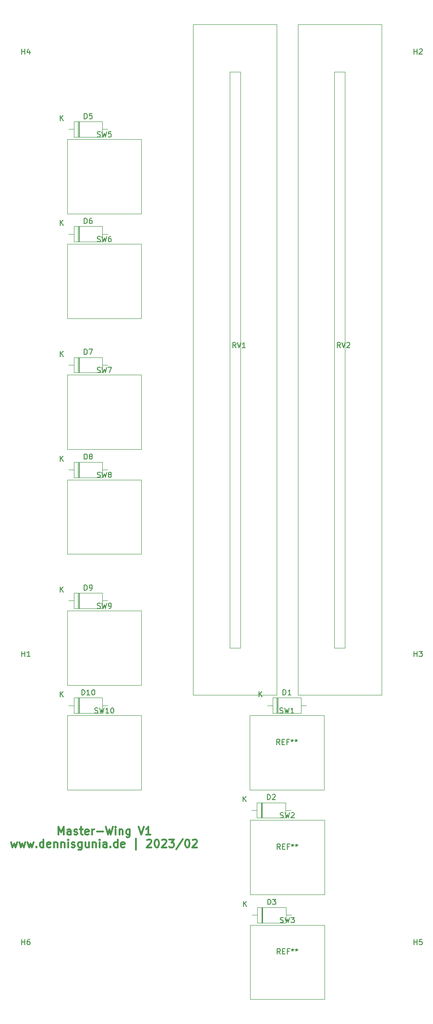
<source format=gbr>
%TF.GenerationSoftware,KiCad,Pcbnew,7.0.5*%
%TF.CreationDate,2023-07-03T18:50:33+02:00*%
%TF.ProjectId,Master_Board,4d617374-6572-45f4-926f-6172642e6b69,rev?*%
%TF.SameCoordinates,Original*%
%TF.FileFunction,Legend,Top*%
%TF.FilePolarity,Positive*%
%FSLAX46Y46*%
G04 Gerber Fmt 4.6, Leading zero omitted, Abs format (unit mm)*
G04 Created by KiCad (PCBNEW 7.0.5) date 2023-07-03 18:50:33*
%MOMM*%
%LPD*%
G01*
G04 APERTURE LIST*
%ADD10C,0.300000*%
%ADD11C,0.150000*%
%ADD12C,0.120000*%
G04 APERTURE END LIST*
D10*
X26249999Y-165678328D02*
X26249999Y-164178328D01*
X26249999Y-164178328D02*
X26749999Y-165249757D01*
X26749999Y-165249757D02*
X27249999Y-164178328D01*
X27249999Y-164178328D02*
X27249999Y-165678328D01*
X28607143Y-165678328D02*
X28607143Y-164892614D01*
X28607143Y-164892614D02*
X28535714Y-164749757D01*
X28535714Y-164749757D02*
X28392857Y-164678328D01*
X28392857Y-164678328D02*
X28107143Y-164678328D01*
X28107143Y-164678328D02*
X27964285Y-164749757D01*
X28607143Y-165606900D02*
X28464285Y-165678328D01*
X28464285Y-165678328D02*
X28107143Y-165678328D01*
X28107143Y-165678328D02*
X27964285Y-165606900D01*
X27964285Y-165606900D02*
X27892857Y-165464042D01*
X27892857Y-165464042D02*
X27892857Y-165321185D01*
X27892857Y-165321185D02*
X27964285Y-165178328D01*
X27964285Y-165178328D02*
X28107143Y-165106900D01*
X28107143Y-165106900D02*
X28464285Y-165106900D01*
X28464285Y-165106900D02*
X28607143Y-165035471D01*
X29250000Y-165606900D02*
X29392857Y-165678328D01*
X29392857Y-165678328D02*
X29678571Y-165678328D01*
X29678571Y-165678328D02*
X29821428Y-165606900D01*
X29821428Y-165606900D02*
X29892857Y-165464042D01*
X29892857Y-165464042D02*
X29892857Y-165392614D01*
X29892857Y-165392614D02*
X29821428Y-165249757D01*
X29821428Y-165249757D02*
X29678571Y-165178328D01*
X29678571Y-165178328D02*
X29464286Y-165178328D01*
X29464286Y-165178328D02*
X29321428Y-165106900D01*
X29321428Y-165106900D02*
X29250000Y-164964042D01*
X29250000Y-164964042D02*
X29250000Y-164892614D01*
X29250000Y-164892614D02*
X29321428Y-164749757D01*
X29321428Y-164749757D02*
X29464286Y-164678328D01*
X29464286Y-164678328D02*
X29678571Y-164678328D01*
X29678571Y-164678328D02*
X29821428Y-164749757D01*
X30321429Y-164678328D02*
X30892857Y-164678328D01*
X30535714Y-164178328D02*
X30535714Y-165464042D01*
X30535714Y-165464042D02*
X30607143Y-165606900D01*
X30607143Y-165606900D02*
X30750000Y-165678328D01*
X30750000Y-165678328D02*
X30892857Y-165678328D01*
X31964286Y-165606900D02*
X31821429Y-165678328D01*
X31821429Y-165678328D02*
X31535715Y-165678328D01*
X31535715Y-165678328D02*
X31392857Y-165606900D01*
X31392857Y-165606900D02*
X31321429Y-165464042D01*
X31321429Y-165464042D02*
X31321429Y-164892614D01*
X31321429Y-164892614D02*
X31392857Y-164749757D01*
X31392857Y-164749757D02*
X31535715Y-164678328D01*
X31535715Y-164678328D02*
X31821429Y-164678328D01*
X31821429Y-164678328D02*
X31964286Y-164749757D01*
X31964286Y-164749757D02*
X32035715Y-164892614D01*
X32035715Y-164892614D02*
X32035715Y-165035471D01*
X32035715Y-165035471D02*
X31321429Y-165178328D01*
X32678571Y-165678328D02*
X32678571Y-164678328D01*
X32678571Y-164964042D02*
X32750000Y-164821185D01*
X32750000Y-164821185D02*
X32821429Y-164749757D01*
X32821429Y-164749757D02*
X32964286Y-164678328D01*
X32964286Y-164678328D02*
X33107143Y-164678328D01*
X33607142Y-165106900D02*
X34750000Y-165106900D01*
X35321428Y-164178328D02*
X35678571Y-165678328D01*
X35678571Y-165678328D02*
X35964285Y-164606900D01*
X35964285Y-164606900D02*
X36250000Y-165678328D01*
X36250000Y-165678328D02*
X36607143Y-164178328D01*
X37178571Y-165678328D02*
X37178571Y-164678328D01*
X37178571Y-164178328D02*
X37107143Y-164249757D01*
X37107143Y-164249757D02*
X37178571Y-164321185D01*
X37178571Y-164321185D02*
X37250000Y-164249757D01*
X37250000Y-164249757D02*
X37178571Y-164178328D01*
X37178571Y-164178328D02*
X37178571Y-164321185D01*
X37892857Y-164678328D02*
X37892857Y-165678328D01*
X37892857Y-164821185D02*
X37964286Y-164749757D01*
X37964286Y-164749757D02*
X38107143Y-164678328D01*
X38107143Y-164678328D02*
X38321429Y-164678328D01*
X38321429Y-164678328D02*
X38464286Y-164749757D01*
X38464286Y-164749757D02*
X38535715Y-164892614D01*
X38535715Y-164892614D02*
X38535715Y-165678328D01*
X39892858Y-164678328D02*
X39892858Y-165892614D01*
X39892858Y-165892614D02*
X39821429Y-166035471D01*
X39821429Y-166035471D02*
X39750000Y-166106900D01*
X39750000Y-166106900D02*
X39607143Y-166178328D01*
X39607143Y-166178328D02*
X39392858Y-166178328D01*
X39392858Y-166178328D02*
X39250000Y-166106900D01*
X39892858Y-165606900D02*
X39750000Y-165678328D01*
X39750000Y-165678328D02*
X39464286Y-165678328D01*
X39464286Y-165678328D02*
X39321429Y-165606900D01*
X39321429Y-165606900D02*
X39250000Y-165535471D01*
X39250000Y-165535471D02*
X39178572Y-165392614D01*
X39178572Y-165392614D02*
X39178572Y-164964042D01*
X39178572Y-164964042D02*
X39250000Y-164821185D01*
X39250000Y-164821185D02*
X39321429Y-164749757D01*
X39321429Y-164749757D02*
X39464286Y-164678328D01*
X39464286Y-164678328D02*
X39750000Y-164678328D01*
X39750000Y-164678328D02*
X39892858Y-164749757D01*
X41535715Y-164178328D02*
X42035715Y-165678328D01*
X42035715Y-165678328D02*
X42535715Y-164178328D01*
X43821429Y-165678328D02*
X42964286Y-165678328D01*
X43392857Y-165678328D02*
X43392857Y-164178328D01*
X43392857Y-164178328D02*
X43250000Y-164392614D01*
X43250000Y-164392614D02*
X43107143Y-164535471D01*
X43107143Y-164535471D02*
X42964286Y-164606900D01*
X17178571Y-167078328D02*
X17464286Y-168078328D01*
X17464286Y-168078328D02*
X17750000Y-167364042D01*
X17750000Y-167364042D02*
X18035714Y-168078328D01*
X18035714Y-168078328D02*
X18321428Y-167078328D01*
X18750000Y-167078328D02*
X19035715Y-168078328D01*
X19035715Y-168078328D02*
X19321429Y-167364042D01*
X19321429Y-167364042D02*
X19607143Y-168078328D01*
X19607143Y-168078328D02*
X19892857Y-167078328D01*
X20321429Y-167078328D02*
X20607144Y-168078328D01*
X20607144Y-168078328D02*
X20892858Y-167364042D01*
X20892858Y-167364042D02*
X21178572Y-168078328D01*
X21178572Y-168078328D02*
X21464286Y-167078328D01*
X22035715Y-167935471D02*
X22107144Y-168006900D01*
X22107144Y-168006900D02*
X22035715Y-168078328D01*
X22035715Y-168078328D02*
X21964287Y-168006900D01*
X21964287Y-168006900D02*
X22035715Y-167935471D01*
X22035715Y-167935471D02*
X22035715Y-168078328D01*
X23392859Y-168078328D02*
X23392859Y-166578328D01*
X23392859Y-168006900D02*
X23250001Y-168078328D01*
X23250001Y-168078328D02*
X22964287Y-168078328D01*
X22964287Y-168078328D02*
X22821430Y-168006900D01*
X22821430Y-168006900D02*
X22750001Y-167935471D01*
X22750001Y-167935471D02*
X22678573Y-167792614D01*
X22678573Y-167792614D02*
X22678573Y-167364042D01*
X22678573Y-167364042D02*
X22750001Y-167221185D01*
X22750001Y-167221185D02*
X22821430Y-167149757D01*
X22821430Y-167149757D02*
X22964287Y-167078328D01*
X22964287Y-167078328D02*
X23250001Y-167078328D01*
X23250001Y-167078328D02*
X23392859Y-167149757D01*
X24678573Y-168006900D02*
X24535716Y-168078328D01*
X24535716Y-168078328D02*
X24250002Y-168078328D01*
X24250002Y-168078328D02*
X24107144Y-168006900D01*
X24107144Y-168006900D02*
X24035716Y-167864042D01*
X24035716Y-167864042D02*
X24035716Y-167292614D01*
X24035716Y-167292614D02*
X24107144Y-167149757D01*
X24107144Y-167149757D02*
X24250002Y-167078328D01*
X24250002Y-167078328D02*
X24535716Y-167078328D01*
X24535716Y-167078328D02*
X24678573Y-167149757D01*
X24678573Y-167149757D02*
X24750002Y-167292614D01*
X24750002Y-167292614D02*
X24750002Y-167435471D01*
X24750002Y-167435471D02*
X24035716Y-167578328D01*
X25392858Y-167078328D02*
X25392858Y-168078328D01*
X25392858Y-167221185D02*
X25464287Y-167149757D01*
X25464287Y-167149757D02*
X25607144Y-167078328D01*
X25607144Y-167078328D02*
X25821430Y-167078328D01*
X25821430Y-167078328D02*
X25964287Y-167149757D01*
X25964287Y-167149757D02*
X26035716Y-167292614D01*
X26035716Y-167292614D02*
X26035716Y-168078328D01*
X26750001Y-167078328D02*
X26750001Y-168078328D01*
X26750001Y-167221185D02*
X26821430Y-167149757D01*
X26821430Y-167149757D02*
X26964287Y-167078328D01*
X26964287Y-167078328D02*
X27178573Y-167078328D01*
X27178573Y-167078328D02*
X27321430Y-167149757D01*
X27321430Y-167149757D02*
X27392859Y-167292614D01*
X27392859Y-167292614D02*
X27392859Y-168078328D01*
X28107144Y-168078328D02*
X28107144Y-167078328D01*
X28107144Y-166578328D02*
X28035716Y-166649757D01*
X28035716Y-166649757D02*
X28107144Y-166721185D01*
X28107144Y-166721185D02*
X28178573Y-166649757D01*
X28178573Y-166649757D02*
X28107144Y-166578328D01*
X28107144Y-166578328D02*
X28107144Y-166721185D01*
X28750002Y-168006900D02*
X28892859Y-168078328D01*
X28892859Y-168078328D02*
X29178573Y-168078328D01*
X29178573Y-168078328D02*
X29321430Y-168006900D01*
X29321430Y-168006900D02*
X29392859Y-167864042D01*
X29392859Y-167864042D02*
X29392859Y-167792614D01*
X29392859Y-167792614D02*
X29321430Y-167649757D01*
X29321430Y-167649757D02*
X29178573Y-167578328D01*
X29178573Y-167578328D02*
X28964288Y-167578328D01*
X28964288Y-167578328D02*
X28821430Y-167506900D01*
X28821430Y-167506900D02*
X28750002Y-167364042D01*
X28750002Y-167364042D02*
X28750002Y-167292614D01*
X28750002Y-167292614D02*
X28821430Y-167149757D01*
X28821430Y-167149757D02*
X28964288Y-167078328D01*
X28964288Y-167078328D02*
X29178573Y-167078328D01*
X29178573Y-167078328D02*
X29321430Y-167149757D01*
X30678574Y-167078328D02*
X30678574Y-168292614D01*
X30678574Y-168292614D02*
X30607145Y-168435471D01*
X30607145Y-168435471D02*
X30535716Y-168506900D01*
X30535716Y-168506900D02*
X30392859Y-168578328D01*
X30392859Y-168578328D02*
X30178574Y-168578328D01*
X30178574Y-168578328D02*
X30035716Y-168506900D01*
X30678574Y-168006900D02*
X30535716Y-168078328D01*
X30535716Y-168078328D02*
X30250002Y-168078328D01*
X30250002Y-168078328D02*
X30107145Y-168006900D01*
X30107145Y-168006900D02*
X30035716Y-167935471D01*
X30035716Y-167935471D02*
X29964288Y-167792614D01*
X29964288Y-167792614D02*
X29964288Y-167364042D01*
X29964288Y-167364042D02*
X30035716Y-167221185D01*
X30035716Y-167221185D02*
X30107145Y-167149757D01*
X30107145Y-167149757D02*
X30250002Y-167078328D01*
X30250002Y-167078328D02*
X30535716Y-167078328D01*
X30535716Y-167078328D02*
X30678574Y-167149757D01*
X32035717Y-167078328D02*
X32035717Y-168078328D01*
X31392859Y-167078328D02*
X31392859Y-167864042D01*
X31392859Y-167864042D02*
X31464288Y-168006900D01*
X31464288Y-168006900D02*
X31607145Y-168078328D01*
X31607145Y-168078328D02*
X31821431Y-168078328D01*
X31821431Y-168078328D02*
X31964288Y-168006900D01*
X31964288Y-168006900D02*
X32035717Y-167935471D01*
X32750002Y-167078328D02*
X32750002Y-168078328D01*
X32750002Y-167221185D02*
X32821431Y-167149757D01*
X32821431Y-167149757D02*
X32964288Y-167078328D01*
X32964288Y-167078328D02*
X33178574Y-167078328D01*
X33178574Y-167078328D02*
X33321431Y-167149757D01*
X33321431Y-167149757D02*
X33392860Y-167292614D01*
X33392860Y-167292614D02*
X33392860Y-168078328D01*
X34107145Y-168078328D02*
X34107145Y-167078328D01*
X34107145Y-166578328D02*
X34035717Y-166649757D01*
X34035717Y-166649757D02*
X34107145Y-166721185D01*
X34107145Y-166721185D02*
X34178574Y-166649757D01*
X34178574Y-166649757D02*
X34107145Y-166578328D01*
X34107145Y-166578328D02*
X34107145Y-166721185D01*
X35464289Y-168078328D02*
X35464289Y-167292614D01*
X35464289Y-167292614D02*
X35392860Y-167149757D01*
X35392860Y-167149757D02*
X35250003Y-167078328D01*
X35250003Y-167078328D02*
X34964289Y-167078328D01*
X34964289Y-167078328D02*
X34821431Y-167149757D01*
X35464289Y-168006900D02*
X35321431Y-168078328D01*
X35321431Y-168078328D02*
X34964289Y-168078328D01*
X34964289Y-168078328D02*
X34821431Y-168006900D01*
X34821431Y-168006900D02*
X34750003Y-167864042D01*
X34750003Y-167864042D02*
X34750003Y-167721185D01*
X34750003Y-167721185D02*
X34821431Y-167578328D01*
X34821431Y-167578328D02*
X34964289Y-167506900D01*
X34964289Y-167506900D02*
X35321431Y-167506900D01*
X35321431Y-167506900D02*
X35464289Y-167435471D01*
X36178574Y-167935471D02*
X36250003Y-168006900D01*
X36250003Y-168006900D02*
X36178574Y-168078328D01*
X36178574Y-168078328D02*
X36107146Y-168006900D01*
X36107146Y-168006900D02*
X36178574Y-167935471D01*
X36178574Y-167935471D02*
X36178574Y-168078328D01*
X37535718Y-168078328D02*
X37535718Y-166578328D01*
X37535718Y-168006900D02*
X37392860Y-168078328D01*
X37392860Y-168078328D02*
X37107146Y-168078328D01*
X37107146Y-168078328D02*
X36964289Y-168006900D01*
X36964289Y-168006900D02*
X36892860Y-167935471D01*
X36892860Y-167935471D02*
X36821432Y-167792614D01*
X36821432Y-167792614D02*
X36821432Y-167364042D01*
X36821432Y-167364042D02*
X36892860Y-167221185D01*
X36892860Y-167221185D02*
X36964289Y-167149757D01*
X36964289Y-167149757D02*
X37107146Y-167078328D01*
X37107146Y-167078328D02*
X37392860Y-167078328D01*
X37392860Y-167078328D02*
X37535718Y-167149757D01*
X38821432Y-168006900D02*
X38678575Y-168078328D01*
X38678575Y-168078328D02*
X38392861Y-168078328D01*
X38392861Y-168078328D02*
X38250003Y-168006900D01*
X38250003Y-168006900D02*
X38178575Y-167864042D01*
X38178575Y-167864042D02*
X38178575Y-167292614D01*
X38178575Y-167292614D02*
X38250003Y-167149757D01*
X38250003Y-167149757D02*
X38392861Y-167078328D01*
X38392861Y-167078328D02*
X38678575Y-167078328D01*
X38678575Y-167078328D02*
X38821432Y-167149757D01*
X38821432Y-167149757D02*
X38892861Y-167292614D01*
X38892861Y-167292614D02*
X38892861Y-167435471D01*
X38892861Y-167435471D02*
X38178575Y-167578328D01*
X41035717Y-168578328D02*
X41035717Y-166435471D01*
X43178574Y-166721185D02*
X43250002Y-166649757D01*
X43250002Y-166649757D02*
X43392860Y-166578328D01*
X43392860Y-166578328D02*
X43750002Y-166578328D01*
X43750002Y-166578328D02*
X43892860Y-166649757D01*
X43892860Y-166649757D02*
X43964288Y-166721185D01*
X43964288Y-166721185D02*
X44035717Y-166864042D01*
X44035717Y-166864042D02*
X44035717Y-167006900D01*
X44035717Y-167006900D02*
X43964288Y-167221185D01*
X43964288Y-167221185D02*
X43107145Y-168078328D01*
X43107145Y-168078328D02*
X44035717Y-168078328D01*
X44964288Y-166578328D02*
X45107145Y-166578328D01*
X45107145Y-166578328D02*
X45250002Y-166649757D01*
X45250002Y-166649757D02*
X45321431Y-166721185D01*
X45321431Y-166721185D02*
X45392859Y-166864042D01*
X45392859Y-166864042D02*
X45464288Y-167149757D01*
X45464288Y-167149757D02*
X45464288Y-167506900D01*
X45464288Y-167506900D02*
X45392859Y-167792614D01*
X45392859Y-167792614D02*
X45321431Y-167935471D01*
X45321431Y-167935471D02*
X45250002Y-168006900D01*
X45250002Y-168006900D02*
X45107145Y-168078328D01*
X45107145Y-168078328D02*
X44964288Y-168078328D01*
X44964288Y-168078328D02*
X44821431Y-168006900D01*
X44821431Y-168006900D02*
X44750002Y-167935471D01*
X44750002Y-167935471D02*
X44678573Y-167792614D01*
X44678573Y-167792614D02*
X44607145Y-167506900D01*
X44607145Y-167506900D02*
X44607145Y-167149757D01*
X44607145Y-167149757D02*
X44678573Y-166864042D01*
X44678573Y-166864042D02*
X44750002Y-166721185D01*
X44750002Y-166721185D02*
X44821431Y-166649757D01*
X44821431Y-166649757D02*
X44964288Y-166578328D01*
X46035716Y-166721185D02*
X46107144Y-166649757D01*
X46107144Y-166649757D02*
X46250002Y-166578328D01*
X46250002Y-166578328D02*
X46607144Y-166578328D01*
X46607144Y-166578328D02*
X46750002Y-166649757D01*
X46750002Y-166649757D02*
X46821430Y-166721185D01*
X46821430Y-166721185D02*
X46892859Y-166864042D01*
X46892859Y-166864042D02*
X46892859Y-167006900D01*
X46892859Y-167006900D02*
X46821430Y-167221185D01*
X46821430Y-167221185D02*
X45964287Y-168078328D01*
X45964287Y-168078328D02*
X46892859Y-168078328D01*
X47392858Y-166578328D02*
X48321430Y-166578328D01*
X48321430Y-166578328D02*
X47821430Y-167149757D01*
X47821430Y-167149757D02*
X48035715Y-167149757D01*
X48035715Y-167149757D02*
X48178573Y-167221185D01*
X48178573Y-167221185D02*
X48250001Y-167292614D01*
X48250001Y-167292614D02*
X48321430Y-167435471D01*
X48321430Y-167435471D02*
X48321430Y-167792614D01*
X48321430Y-167792614D02*
X48250001Y-167935471D01*
X48250001Y-167935471D02*
X48178573Y-168006900D01*
X48178573Y-168006900D02*
X48035715Y-168078328D01*
X48035715Y-168078328D02*
X47607144Y-168078328D01*
X47607144Y-168078328D02*
X47464287Y-168006900D01*
X47464287Y-168006900D02*
X47392858Y-167935471D01*
X50035715Y-166506900D02*
X48750001Y-168435471D01*
X50821430Y-166578328D02*
X50964287Y-166578328D01*
X50964287Y-166578328D02*
X51107144Y-166649757D01*
X51107144Y-166649757D02*
X51178573Y-166721185D01*
X51178573Y-166721185D02*
X51250001Y-166864042D01*
X51250001Y-166864042D02*
X51321430Y-167149757D01*
X51321430Y-167149757D02*
X51321430Y-167506900D01*
X51321430Y-167506900D02*
X51250001Y-167792614D01*
X51250001Y-167792614D02*
X51178573Y-167935471D01*
X51178573Y-167935471D02*
X51107144Y-168006900D01*
X51107144Y-168006900D02*
X50964287Y-168078328D01*
X50964287Y-168078328D02*
X50821430Y-168078328D01*
X50821430Y-168078328D02*
X50678573Y-168006900D01*
X50678573Y-168006900D02*
X50607144Y-167935471D01*
X50607144Y-167935471D02*
X50535715Y-167792614D01*
X50535715Y-167792614D02*
X50464287Y-167506900D01*
X50464287Y-167506900D02*
X50464287Y-167149757D01*
X50464287Y-167149757D02*
X50535715Y-166864042D01*
X50535715Y-166864042D02*
X50607144Y-166721185D01*
X50607144Y-166721185D02*
X50678573Y-166649757D01*
X50678573Y-166649757D02*
X50821430Y-166578328D01*
X51892858Y-166721185D02*
X51964286Y-166649757D01*
X51964286Y-166649757D02*
X52107144Y-166578328D01*
X52107144Y-166578328D02*
X52464286Y-166578328D01*
X52464286Y-166578328D02*
X52607144Y-166649757D01*
X52607144Y-166649757D02*
X52678572Y-166721185D01*
X52678572Y-166721185D02*
X52750001Y-166864042D01*
X52750001Y-166864042D02*
X52750001Y-167006900D01*
X52750001Y-167006900D02*
X52678572Y-167221185D01*
X52678572Y-167221185D02*
X51821429Y-168078328D01*
X51821429Y-168078328D02*
X52750001Y-168078328D01*
D11*
%TO.C,SW2*%
X68666667Y-162407200D02*
X68809524Y-162454819D01*
X68809524Y-162454819D02*
X69047619Y-162454819D01*
X69047619Y-162454819D02*
X69142857Y-162407200D01*
X69142857Y-162407200D02*
X69190476Y-162359580D01*
X69190476Y-162359580D02*
X69238095Y-162264342D01*
X69238095Y-162264342D02*
X69238095Y-162169104D01*
X69238095Y-162169104D02*
X69190476Y-162073866D01*
X69190476Y-162073866D02*
X69142857Y-162026247D01*
X69142857Y-162026247D02*
X69047619Y-161978628D01*
X69047619Y-161978628D02*
X68857143Y-161931009D01*
X68857143Y-161931009D02*
X68761905Y-161883390D01*
X68761905Y-161883390D02*
X68714286Y-161835771D01*
X68714286Y-161835771D02*
X68666667Y-161740533D01*
X68666667Y-161740533D02*
X68666667Y-161645295D01*
X68666667Y-161645295D02*
X68714286Y-161550057D01*
X68714286Y-161550057D02*
X68761905Y-161502438D01*
X68761905Y-161502438D02*
X68857143Y-161454819D01*
X68857143Y-161454819D02*
X69095238Y-161454819D01*
X69095238Y-161454819D02*
X69238095Y-161502438D01*
X69571429Y-161454819D02*
X69809524Y-162454819D01*
X69809524Y-162454819D02*
X70000000Y-161740533D01*
X70000000Y-161740533D02*
X70190476Y-162454819D01*
X70190476Y-162454819D02*
X70428572Y-161454819D01*
X70761905Y-161550057D02*
X70809524Y-161502438D01*
X70809524Y-161502438D02*
X70904762Y-161454819D01*
X70904762Y-161454819D02*
X71142857Y-161454819D01*
X71142857Y-161454819D02*
X71238095Y-161502438D01*
X71238095Y-161502438D02*
X71285714Y-161550057D01*
X71285714Y-161550057D02*
X71333333Y-161645295D01*
X71333333Y-161645295D02*
X71333333Y-161740533D01*
X71333333Y-161740533D02*
X71285714Y-161883390D01*
X71285714Y-161883390D02*
X70714286Y-162454819D01*
X70714286Y-162454819D02*
X71333333Y-162454819D01*
%TO.C,REF\u002A\u002A*%
X68666666Y-188454819D02*
X68333333Y-187978628D01*
X68095238Y-188454819D02*
X68095238Y-187454819D01*
X68095238Y-187454819D02*
X68476190Y-187454819D01*
X68476190Y-187454819D02*
X68571428Y-187502438D01*
X68571428Y-187502438D02*
X68619047Y-187550057D01*
X68619047Y-187550057D02*
X68666666Y-187645295D01*
X68666666Y-187645295D02*
X68666666Y-187788152D01*
X68666666Y-187788152D02*
X68619047Y-187883390D01*
X68619047Y-187883390D02*
X68571428Y-187931009D01*
X68571428Y-187931009D02*
X68476190Y-187978628D01*
X68476190Y-187978628D02*
X68095238Y-187978628D01*
X69095238Y-187931009D02*
X69428571Y-187931009D01*
X69571428Y-188454819D02*
X69095238Y-188454819D01*
X69095238Y-188454819D02*
X69095238Y-187454819D01*
X69095238Y-187454819D02*
X69571428Y-187454819D01*
X70333333Y-187931009D02*
X70000000Y-187931009D01*
X70000000Y-188454819D02*
X70000000Y-187454819D01*
X70000000Y-187454819D02*
X70476190Y-187454819D01*
X71000000Y-187454819D02*
X71000000Y-187692914D01*
X70761905Y-187597676D02*
X71000000Y-187692914D01*
X71000000Y-187692914D02*
X71238095Y-187597676D01*
X70857143Y-187883390D02*
X71000000Y-187692914D01*
X71000000Y-187692914D02*
X71142857Y-187883390D01*
X71761905Y-187454819D02*
X71761905Y-187692914D01*
X71523810Y-187597676D02*
X71761905Y-187692914D01*
X71761905Y-187692914D02*
X72000000Y-187597676D01*
X71619048Y-187883390D02*
X71761905Y-187692914D01*
X71761905Y-187692914D02*
X71904762Y-187883390D01*
%TO.C,SW7*%
X33666667Y-77407200D02*
X33809524Y-77454819D01*
X33809524Y-77454819D02*
X34047619Y-77454819D01*
X34047619Y-77454819D02*
X34142857Y-77407200D01*
X34142857Y-77407200D02*
X34190476Y-77359580D01*
X34190476Y-77359580D02*
X34238095Y-77264342D01*
X34238095Y-77264342D02*
X34238095Y-77169104D01*
X34238095Y-77169104D02*
X34190476Y-77073866D01*
X34190476Y-77073866D02*
X34142857Y-77026247D01*
X34142857Y-77026247D02*
X34047619Y-76978628D01*
X34047619Y-76978628D02*
X33857143Y-76931009D01*
X33857143Y-76931009D02*
X33761905Y-76883390D01*
X33761905Y-76883390D02*
X33714286Y-76835771D01*
X33714286Y-76835771D02*
X33666667Y-76740533D01*
X33666667Y-76740533D02*
X33666667Y-76645295D01*
X33666667Y-76645295D02*
X33714286Y-76550057D01*
X33714286Y-76550057D02*
X33761905Y-76502438D01*
X33761905Y-76502438D02*
X33857143Y-76454819D01*
X33857143Y-76454819D02*
X34095238Y-76454819D01*
X34095238Y-76454819D02*
X34238095Y-76502438D01*
X34571429Y-76454819D02*
X34809524Y-77454819D01*
X34809524Y-77454819D02*
X35000000Y-76740533D01*
X35000000Y-76740533D02*
X35190476Y-77454819D01*
X35190476Y-77454819D02*
X35428572Y-76454819D01*
X35714286Y-76454819D02*
X36380952Y-76454819D01*
X36380952Y-76454819D02*
X35952381Y-77454819D01*
%TO.C,SW5*%
X33666667Y-32407200D02*
X33809524Y-32454819D01*
X33809524Y-32454819D02*
X34047619Y-32454819D01*
X34047619Y-32454819D02*
X34142857Y-32407200D01*
X34142857Y-32407200D02*
X34190476Y-32359580D01*
X34190476Y-32359580D02*
X34238095Y-32264342D01*
X34238095Y-32264342D02*
X34238095Y-32169104D01*
X34238095Y-32169104D02*
X34190476Y-32073866D01*
X34190476Y-32073866D02*
X34142857Y-32026247D01*
X34142857Y-32026247D02*
X34047619Y-31978628D01*
X34047619Y-31978628D02*
X33857143Y-31931009D01*
X33857143Y-31931009D02*
X33761905Y-31883390D01*
X33761905Y-31883390D02*
X33714286Y-31835771D01*
X33714286Y-31835771D02*
X33666667Y-31740533D01*
X33666667Y-31740533D02*
X33666667Y-31645295D01*
X33666667Y-31645295D02*
X33714286Y-31550057D01*
X33714286Y-31550057D02*
X33761905Y-31502438D01*
X33761905Y-31502438D02*
X33857143Y-31454819D01*
X33857143Y-31454819D02*
X34095238Y-31454819D01*
X34095238Y-31454819D02*
X34238095Y-31502438D01*
X34571429Y-31454819D02*
X34809524Y-32454819D01*
X34809524Y-32454819D02*
X35000000Y-31740533D01*
X35000000Y-31740533D02*
X35190476Y-32454819D01*
X35190476Y-32454819D02*
X35428572Y-31454819D01*
X36285714Y-31454819D02*
X35809524Y-31454819D01*
X35809524Y-31454819D02*
X35761905Y-31931009D01*
X35761905Y-31931009D02*
X35809524Y-31883390D01*
X35809524Y-31883390D02*
X35904762Y-31835771D01*
X35904762Y-31835771D02*
X36142857Y-31835771D01*
X36142857Y-31835771D02*
X36238095Y-31883390D01*
X36238095Y-31883390D02*
X36285714Y-31931009D01*
X36285714Y-31931009D02*
X36333333Y-32026247D01*
X36333333Y-32026247D02*
X36333333Y-32264342D01*
X36333333Y-32264342D02*
X36285714Y-32359580D01*
X36285714Y-32359580D02*
X36238095Y-32407200D01*
X36238095Y-32407200D02*
X36142857Y-32454819D01*
X36142857Y-32454819D02*
X35904762Y-32454819D01*
X35904762Y-32454819D02*
X35809524Y-32407200D01*
X35809524Y-32407200D02*
X35761905Y-32359580D01*
%TO.C,D10*%
X30705714Y-138984819D02*
X30705714Y-137984819D01*
X30705714Y-137984819D02*
X30943809Y-137984819D01*
X30943809Y-137984819D02*
X31086666Y-138032438D01*
X31086666Y-138032438D02*
X31181904Y-138127676D01*
X31181904Y-138127676D02*
X31229523Y-138222914D01*
X31229523Y-138222914D02*
X31277142Y-138413390D01*
X31277142Y-138413390D02*
X31277142Y-138556247D01*
X31277142Y-138556247D02*
X31229523Y-138746723D01*
X31229523Y-138746723D02*
X31181904Y-138841961D01*
X31181904Y-138841961D02*
X31086666Y-138937200D01*
X31086666Y-138937200D02*
X30943809Y-138984819D01*
X30943809Y-138984819D02*
X30705714Y-138984819D01*
X32229523Y-138984819D02*
X31658095Y-138984819D01*
X31943809Y-138984819D02*
X31943809Y-137984819D01*
X31943809Y-137984819D02*
X31848571Y-138127676D01*
X31848571Y-138127676D02*
X31753333Y-138222914D01*
X31753333Y-138222914D02*
X31658095Y-138270533D01*
X32848571Y-137984819D02*
X32943809Y-137984819D01*
X32943809Y-137984819D02*
X33039047Y-138032438D01*
X33039047Y-138032438D02*
X33086666Y-138080057D01*
X33086666Y-138080057D02*
X33134285Y-138175295D01*
X33134285Y-138175295D02*
X33181904Y-138365771D01*
X33181904Y-138365771D02*
X33181904Y-138603866D01*
X33181904Y-138603866D02*
X33134285Y-138794342D01*
X33134285Y-138794342D02*
X33086666Y-138889580D01*
X33086666Y-138889580D02*
X33039047Y-138937200D01*
X33039047Y-138937200D02*
X32943809Y-138984819D01*
X32943809Y-138984819D02*
X32848571Y-138984819D01*
X32848571Y-138984819D02*
X32753333Y-138937200D01*
X32753333Y-138937200D02*
X32705714Y-138889580D01*
X32705714Y-138889580D02*
X32658095Y-138794342D01*
X32658095Y-138794342D02*
X32610476Y-138603866D01*
X32610476Y-138603866D02*
X32610476Y-138365771D01*
X32610476Y-138365771D02*
X32658095Y-138175295D01*
X32658095Y-138175295D02*
X32705714Y-138080057D01*
X32705714Y-138080057D02*
X32753333Y-138032438D01*
X32753333Y-138032438D02*
X32848571Y-137984819D01*
X26578095Y-139354819D02*
X26578095Y-138354819D01*
X27149523Y-139354819D02*
X26720952Y-138783390D01*
X27149523Y-138354819D02*
X26578095Y-138926247D01*
%TO.C,RV2*%
X80154761Y-72704819D02*
X79821428Y-72228628D01*
X79583333Y-72704819D02*
X79583333Y-71704819D01*
X79583333Y-71704819D02*
X79964285Y-71704819D01*
X79964285Y-71704819D02*
X80059523Y-71752438D01*
X80059523Y-71752438D02*
X80107142Y-71800057D01*
X80107142Y-71800057D02*
X80154761Y-71895295D01*
X80154761Y-71895295D02*
X80154761Y-72038152D01*
X80154761Y-72038152D02*
X80107142Y-72133390D01*
X80107142Y-72133390D02*
X80059523Y-72181009D01*
X80059523Y-72181009D02*
X79964285Y-72228628D01*
X79964285Y-72228628D02*
X79583333Y-72228628D01*
X80440476Y-71704819D02*
X80773809Y-72704819D01*
X80773809Y-72704819D02*
X81107142Y-71704819D01*
X81392857Y-71800057D02*
X81440476Y-71752438D01*
X81440476Y-71752438D02*
X81535714Y-71704819D01*
X81535714Y-71704819D02*
X81773809Y-71704819D01*
X81773809Y-71704819D02*
X81869047Y-71752438D01*
X81869047Y-71752438D02*
X81916666Y-71800057D01*
X81916666Y-71800057D02*
X81964285Y-71895295D01*
X81964285Y-71895295D02*
X81964285Y-71990533D01*
X81964285Y-71990533D02*
X81916666Y-72133390D01*
X81916666Y-72133390D02*
X81345238Y-72704819D01*
X81345238Y-72704819D02*
X81964285Y-72704819D01*
%TO.C,SW8*%
X33666667Y-97407200D02*
X33809524Y-97454819D01*
X33809524Y-97454819D02*
X34047619Y-97454819D01*
X34047619Y-97454819D02*
X34142857Y-97407200D01*
X34142857Y-97407200D02*
X34190476Y-97359580D01*
X34190476Y-97359580D02*
X34238095Y-97264342D01*
X34238095Y-97264342D02*
X34238095Y-97169104D01*
X34238095Y-97169104D02*
X34190476Y-97073866D01*
X34190476Y-97073866D02*
X34142857Y-97026247D01*
X34142857Y-97026247D02*
X34047619Y-96978628D01*
X34047619Y-96978628D02*
X33857143Y-96931009D01*
X33857143Y-96931009D02*
X33761905Y-96883390D01*
X33761905Y-96883390D02*
X33714286Y-96835771D01*
X33714286Y-96835771D02*
X33666667Y-96740533D01*
X33666667Y-96740533D02*
X33666667Y-96645295D01*
X33666667Y-96645295D02*
X33714286Y-96550057D01*
X33714286Y-96550057D02*
X33761905Y-96502438D01*
X33761905Y-96502438D02*
X33857143Y-96454819D01*
X33857143Y-96454819D02*
X34095238Y-96454819D01*
X34095238Y-96454819D02*
X34238095Y-96502438D01*
X34571429Y-96454819D02*
X34809524Y-97454819D01*
X34809524Y-97454819D02*
X35000000Y-96740533D01*
X35000000Y-96740533D02*
X35190476Y-97454819D01*
X35190476Y-97454819D02*
X35428572Y-96454819D01*
X35952381Y-96883390D02*
X35857143Y-96835771D01*
X35857143Y-96835771D02*
X35809524Y-96788152D01*
X35809524Y-96788152D02*
X35761905Y-96692914D01*
X35761905Y-96692914D02*
X35761905Y-96645295D01*
X35761905Y-96645295D02*
X35809524Y-96550057D01*
X35809524Y-96550057D02*
X35857143Y-96502438D01*
X35857143Y-96502438D02*
X35952381Y-96454819D01*
X35952381Y-96454819D02*
X36142857Y-96454819D01*
X36142857Y-96454819D02*
X36238095Y-96502438D01*
X36238095Y-96502438D02*
X36285714Y-96550057D01*
X36285714Y-96550057D02*
X36333333Y-96645295D01*
X36333333Y-96645295D02*
X36333333Y-96692914D01*
X36333333Y-96692914D02*
X36285714Y-96788152D01*
X36285714Y-96788152D02*
X36238095Y-96835771D01*
X36238095Y-96835771D02*
X36142857Y-96883390D01*
X36142857Y-96883390D02*
X35952381Y-96883390D01*
X35952381Y-96883390D02*
X35857143Y-96931009D01*
X35857143Y-96931009D02*
X35809524Y-96978628D01*
X35809524Y-96978628D02*
X35761905Y-97073866D01*
X35761905Y-97073866D02*
X35761905Y-97264342D01*
X35761905Y-97264342D02*
X35809524Y-97359580D01*
X35809524Y-97359580D02*
X35857143Y-97407200D01*
X35857143Y-97407200D02*
X35952381Y-97454819D01*
X35952381Y-97454819D02*
X36142857Y-97454819D01*
X36142857Y-97454819D02*
X36238095Y-97407200D01*
X36238095Y-97407200D02*
X36285714Y-97359580D01*
X36285714Y-97359580D02*
X36333333Y-97264342D01*
X36333333Y-97264342D02*
X36333333Y-97073866D01*
X36333333Y-97073866D02*
X36285714Y-96978628D01*
X36285714Y-96978628D02*
X36238095Y-96931009D01*
X36238095Y-96931009D02*
X36142857Y-96883390D01*
%TO.C,H5*%
X94238095Y-186654819D02*
X94238095Y-185654819D01*
X94238095Y-186131009D02*
X94809523Y-186131009D01*
X94809523Y-186654819D02*
X94809523Y-185654819D01*
X95761904Y-185654819D02*
X95285714Y-185654819D01*
X95285714Y-185654819D02*
X95238095Y-186131009D01*
X95238095Y-186131009D02*
X95285714Y-186083390D01*
X95285714Y-186083390D02*
X95380952Y-186035771D01*
X95380952Y-186035771D02*
X95619047Y-186035771D01*
X95619047Y-186035771D02*
X95714285Y-186083390D01*
X95714285Y-186083390D02*
X95761904Y-186131009D01*
X95761904Y-186131009D02*
X95809523Y-186226247D01*
X95809523Y-186226247D02*
X95809523Y-186464342D01*
X95809523Y-186464342D02*
X95761904Y-186559580D01*
X95761904Y-186559580D02*
X95714285Y-186607200D01*
X95714285Y-186607200D02*
X95619047Y-186654819D01*
X95619047Y-186654819D02*
X95380952Y-186654819D01*
X95380952Y-186654819D02*
X95285714Y-186607200D01*
X95285714Y-186607200D02*
X95238095Y-186559580D01*
%TO.C,D3*%
X66261905Y-178984819D02*
X66261905Y-177984819D01*
X66261905Y-177984819D02*
X66500000Y-177984819D01*
X66500000Y-177984819D02*
X66642857Y-178032438D01*
X66642857Y-178032438D02*
X66738095Y-178127676D01*
X66738095Y-178127676D02*
X66785714Y-178222914D01*
X66785714Y-178222914D02*
X66833333Y-178413390D01*
X66833333Y-178413390D02*
X66833333Y-178556247D01*
X66833333Y-178556247D02*
X66785714Y-178746723D01*
X66785714Y-178746723D02*
X66738095Y-178841961D01*
X66738095Y-178841961D02*
X66642857Y-178937200D01*
X66642857Y-178937200D02*
X66500000Y-178984819D01*
X66500000Y-178984819D02*
X66261905Y-178984819D01*
X67166667Y-177984819D02*
X67785714Y-177984819D01*
X67785714Y-177984819D02*
X67452381Y-178365771D01*
X67452381Y-178365771D02*
X67595238Y-178365771D01*
X67595238Y-178365771D02*
X67690476Y-178413390D01*
X67690476Y-178413390D02*
X67738095Y-178461009D01*
X67738095Y-178461009D02*
X67785714Y-178556247D01*
X67785714Y-178556247D02*
X67785714Y-178794342D01*
X67785714Y-178794342D02*
X67738095Y-178889580D01*
X67738095Y-178889580D02*
X67690476Y-178937200D01*
X67690476Y-178937200D02*
X67595238Y-178984819D01*
X67595238Y-178984819D02*
X67309524Y-178984819D01*
X67309524Y-178984819D02*
X67214286Y-178937200D01*
X67214286Y-178937200D02*
X67166667Y-178889580D01*
X61658095Y-179354819D02*
X61658095Y-178354819D01*
X62229523Y-179354819D02*
X61800952Y-178783390D01*
X62229523Y-178354819D02*
X61658095Y-178926247D01*
%TO.C,SW10*%
X33190476Y-142407200D02*
X33333333Y-142454819D01*
X33333333Y-142454819D02*
X33571428Y-142454819D01*
X33571428Y-142454819D02*
X33666666Y-142407200D01*
X33666666Y-142407200D02*
X33714285Y-142359580D01*
X33714285Y-142359580D02*
X33761904Y-142264342D01*
X33761904Y-142264342D02*
X33761904Y-142169104D01*
X33761904Y-142169104D02*
X33714285Y-142073866D01*
X33714285Y-142073866D02*
X33666666Y-142026247D01*
X33666666Y-142026247D02*
X33571428Y-141978628D01*
X33571428Y-141978628D02*
X33380952Y-141931009D01*
X33380952Y-141931009D02*
X33285714Y-141883390D01*
X33285714Y-141883390D02*
X33238095Y-141835771D01*
X33238095Y-141835771D02*
X33190476Y-141740533D01*
X33190476Y-141740533D02*
X33190476Y-141645295D01*
X33190476Y-141645295D02*
X33238095Y-141550057D01*
X33238095Y-141550057D02*
X33285714Y-141502438D01*
X33285714Y-141502438D02*
X33380952Y-141454819D01*
X33380952Y-141454819D02*
X33619047Y-141454819D01*
X33619047Y-141454819D02*
X33761904Y-141502438D01*
X34095238Y-141454819D02*
X34333333Y-142454819D01*
X34333333Y-142454819D02*
X34523809Y-141740533D01*
X34523809Y-141740533D02*
X34714285Y-142454819D01*
X34714285Y-142454819D02*
X34952381Y-141454819D01*
X35857142Y-142454819D02*
X35285714Y-142454819D01*
X35571428Y-142454819D02*
X35571428Y-141454819D01*
X35571428Y-141454819D02*
X35476190Y-141597676D01*
X35476190Y-141597676D02*
X35380952Y-141692914D01*
X35380952Y-141692914D02*
X35285714Y-141740533D01*
X36476190Y-141454819D02*
X36571428Y-141454819D01*
X36571428Y-141454819D02*
X36666666Y-141502438D01*
X36666666Y-141502438D02*
X36714285Y-141550057D01*
X36714285Y-141550057D02*
X36761904Y-141645295D01*
X36761904Y-141645295D02*
X36809523Y-141835771D01*
X36809523Y-141835771D02*
X36809523Y-142073866D01*
X36809523Y-142073866D02*
X36761904Y-142264342D01*
X36761904Y-142264342D02*
X36714285Y-142359580D01*
X36714285Y-142359580D02*
X36666666Y-142407200D01*
X36666666Y-142407200D02*
X36571428Y-142454819D01*
X36571428Y-142454819D02*
X36476190Y-142454819D01*
X36476190Y-142454819D02*
X36380952Y-142407200D01*
X36380952Y-142407200D02*
X36333333Y-142359580D01*
X36333333Y-142359580D02*
X36285714Y-142264342D01*
X36285714Y-142264342D02*
X36238095Y-142073866D01*
X36238095Y-142073866D02*
X36238095Y-141835771D01*
X36238095Y-141835771D02*
X36285714Y-141645295D01*
X36285714Y-141645295D02*
X36333333Y-141550057D01*
X36333333Y-141550057D02*
X36380952Y-141502438D01*
X36380952Y-141502438D02*
X36476190Y-141454819D01*
%TO.C,REF\u002A\u002A*%
X68586666Y-148454819D02*
X68253333Y-147978628D01*
X68015238Y-148454819D02*
X68015238Y-147454819D01*
X68015238Y-147454819D02*
X68396190Y-147454819D01*
X68396190Y-147454819D02*
X68491428Y-147502438D01*
X68491428Y-147502438D02*
X68539047Y-147550057D01*
X68539047Y-147550057D02*
X68586666Y-147645295D01*
X68586666Y-147645295D02*
X68586666Y-147788152D01*
X68586666Y-147788152D02*
X68539047Y-147883390D01*
X68539047Y-147883390D02*
X68491428Y-147931009D01*
X68491428Y-147931009D02*
X68396190Y-147978628D01*
X68396190Y-147978628D02*
X68015238Y-147978628D01*
X69015238Y-147931009D02*
X69348571Y-147931009D01*
X69491428Y-148454819D02*
X69015238Y-148454819D01*
X69015238Y-148454819D02*
X69015238Y-147454819D01*
X69015238Y-147454819D02*
X69491428Y-147454819D01*
X70253333Y-147931009D02*
X69920000Y-147931009D01*
X69920000Y-148454819D02*
X69920000Y-147454819D01*
X69920000Y-147454819D02*
X70396190Y-147454819D01*
X70920000Y-147454819D02*
X70920000Y-147692914D01*
X70681905Y-147597676D02*
X70920000Y-147692914D01*
X70920000Y-147692914D02*
X71158095Y-147597676D01*
X70777143Y-147883390D02*
X70920000Y-147692914D01*
X70920000Y-147692914D02*
X71062857Y-147883390D01*
X71681905Y-147454819D02*
X71681905Y-147692914D01*
X71443810Y-147597676D02*
X71681905Y-147692914D01*
X71681905Y-147692914D02*
X71920000Y-147597676D01*
X71539048Y-147883390D02*
X71681905Y-147692914D01*
X71681905Y-147692914D02*
X71824762Y-147883390D01*
%TO.C,D8*%
X31181905Y-93984819D02*
X31181905Y-92984819D01*
X31181905Y-92984819D02*
X31420000Y-92984819D01*
X31420000Y-92984819D02*
X31562857Y-93032438D01*
X31562857Y-93032438D02*
X31658095Y-93127676D01*
X31658095Y-93127676D02*
X31705714Y-93222914D01*
X31705714Y-93222914D02*
X31753333Y-93413390D01*
X31753333Y-93413390D02*
X31753333Y-93556247D01*
X31753333Y-93556247D02*
X31705714Y-93746723D01*
X31705714Y-93746723D02*
X31658095Y-93841961D01*
X31658095Y-93841961D02*
X31562857Y-93937200D01*
X31562857Y-93937200D02*
X31420000Y-93984819D01*
X31420000Y-93984819D02*
X31181905Y-93984819D01*
X32324762Y-93413390D02*
X32229524Y-93365771D01*
X32229524Y-93365771D02*
X32181905Y-93318152D01*
X32181905Y-93318152D02*
X32134286Y-93222914D01*
X32134286Y-93222914D02*
X32134286Y-93175295D01*
X32134286Y-93175295D02*
X32181905Y-93080057D01*
X32181905Y-93080057D02*
X32229524Y-93032438D01*
X32229524Y-93032438D02*
X32324762Y-92984819D01*
X32324762Y-92984819D02*
X32515238Y-92984819D01*
X32515238Y-92984819D02*
X32610476Y-93032438D01*
X32610476Y-93032438D02*
X32658095Y-93080057D01*
X32658095Y-93080057D02*
X32705714Y-93175295D01*
X32705714Y-93175295D02*
X32705714Y-93222914D01*
X32705714Y-93222914D02*
X32658095Y-93318152D01*
X32658095Y-93318152D02*
X32610476Y-93365771D01*
X32610476Y-93365771D02*
X32515238Y-93413390D01*
X32515238Y-93413390D02*
X32324762Y-93413390D01*
X32324762Y-93413390D02*
X32229524Y-93461009D01*
X32229524Y-93461009D02*
X32181905Y-93508628D01*
X32181905Y-93508628D02*
X32134286Y-93603866D01*
X32134286Y-93603866D02*
X32134286Y-93794342D01*
X32134286Y-93794342D02*
X32181905Y-93889580D01*
X32181905Y-93889580D02*
X32229524Y-93937200D01*
X32229524Y-93937200D02*
X32324762Y-93984819D01*
X32324762Y-93984819D02*
X32515238Y-93984819D01*
X32515238Y-93984819D02*
X32610476Y-93937200D01*
X32610476Y-93937200D02*
X32658095Y-93889580D01*
X32658095Y-93889580D02*
X32705714Y-93794342D01*
X32705714Y-93794342D02*
X32705714Y-93603866D01*
X32705714Y-93603866D02*
X32658095Y-93508628D01*
X32658095Y-93508628D02*
X32610476Y-93461009D01*
X32610476Y-93461009D02*
X32515238Y-93413390D01*
X26578095Y-94354819D02*
X26578095Y-93354819D01*
X27149523Y-94354819D02*
X26720952Y-93783390D01*
X27149523Y-93354819D02*
X26578095Y-93926247D01*
%TO.C,SW6*%
X33666667Y-52407200D02*
X33809524Y-52454819D01*
X33809524Y-52454819D02*
X34047619Y-52454819D01*
X34047619Y-52454819D02*
X34142857Y-52407200D01*
X34142857Y-52407200D02*
X34190476Y-52359580D01*
X34190476Y-52359580D02*
X34238095Y-52264342D01*
X34238095Y-52264342D02*
X34238095Y-52169104D01*
X34238095Y-52169104D02*
X34190476Y-52073866D01*
X34190476Y-52073866D02*
X34142857Y-52026247D01*
X34142857Y-52026247D02*
X34047619Y-51978628D01*
X34047619Y-51978628D02*
X33857143Y-51931009D01*
X33857143Y-51931009D02*
X33761905Y-51883390D01*
X33761905Y-51883390D02*
X33714286Y-51835771D01*
X33714286Y-51835771D02*
X33666667Y-51740533D01*
X33666667Y-51740533D02*
X33666667Y-51645295D01*
X33666667Y-51645295D02*
X33714286Y-51550057D01*
X33714286Y-51550057D02*
X33761905Y-51502438D01*
X33761905Y-51502438D02*
X33857143Y-51454819D01*
X33857143Y-51454819D02*
X34095238Y-51454819D01*
X34095238Y-51454819D02*
X34238095Y-51502438D01*
X34571429Y-51454819D02*
X34809524Y-52454819D01*
X34809524Y-52454819D02*
X35000000Y-51740533D01*
X35000000Y-51740533D02*
X35190476Y-52454819D01*
X35190476Y-52454819D02*
X35428572Y-51454819D01*
X36238095Y-51454819D02*
X36047619Y-51454819D01*
X36047619Y-51454819D02*
X35952381Y-51502438D01*
X35952381Y-51502438D02*
X35904762Y-51550057D01*
X35904762Y-51550057D02*
X35809524Y-51692914D01*
X35809524Y-51692914D02*
X35761905Y-51883390D01*
X35761905Y-51883390D02*
X35761905Y-52264342D01*
X35761905Y-52264342D02*
X35809524Y-52359580D01*
X35809524Y-52359580D02*
X35857143Y-52407200D01*
X35857143Y-52407200D02*
X35952381Y-52454819D01*
X35952381Y-52454819D02*
X36142857Y-52454819D01*
X36142857Y-52454819D02*
X36238095Y-52407200D01*
X36238095Y-52407200D02*
X36285714Y-52359580D01*
X36285714Y-52359580D02*
X36333333Y-52264342D01*
X36333333Y-52264342D02*
X36333333Y-52026247D01*
X36333333Y-52026247D02*
X36285714Y-51931009D01*
X36285714Y-51931009D02*
X36238095Y-51883390D01*
X36238095Y-51883390D02*
X36142857Y-51835771D01*
X36142857Y-51835771D02*
X35952381Y-51835771D01*
X35952381Y-51835771D02*
X35857143Y-51883390D01*
X35857143Y-51883390D02*
X35809524Y-51931009D01*
X35809524Y-51931009D02*
X35761905Y-52026247D01*
%TO.C,H3*%
X94238095Y-131654819D02*
X94238095Y-130654819D01*
X94238095Y-131131009D02*
X94809523Y-131131009D01*
X94809523Y-131654819D02*
X94809523Y-130654819D01*
X95190476Y-130654819D02*
X95809523Y-130654819D01*
X95809523Y-130654819D02*
X95476190Y-131035771D01*
X95476190Y-131035771D02*
X95619047Y-131035771D01*
X95619047Y-131035771D02*
X95714285Y-131083390D01*
X95714285Y-131083390D02*
X95761904Y-131131009D01*
X95761904Y-131131009D02*
X95809523Y-131226247D01*
X95809523Y-131226247D02*
X95809523Y-131464342D01*
X95809523Y-131464342D02*
X95761904Y-131559580D01*
X95761904Y-131559580D02*
X95714285Y-131607200D01*
X95714285Y-131607200D02*
X95619047Y-131654819D01*
X95619047Y-131654819D02*
X95333333Y-131654819D01*
X95333333Y-131654819D02*
X95238095Y-131607200D01*
X95238095Y-131607200D02*
X95190476Y-131559580D01*
%TO.C,SW1*%
X68586667Y-142407200D02*
X68729524Y-142454819D01*
X68729524Y-142454819D02*
X68967619Y-142454819D01*
X68967619Y-142454819D02*
X69062857Y-142407200D01*
X69062857Y-142407200D02*
X69110476Y-142359580D01*
X69110476Y-142359580D02*
X69158095Y-142264342D01*
X69158095Y-142264342D02*
X69158095Y-142169104D01*
X69158095Y-142169104D02*
X69110476Y-142073866D01*
X69110476Y-142073866D02*
X69062857Y-142026247D01*
X69062857Y-142026247D02*
X68967619Y-141978628D01*
X68967619Y-141978628D02*
X68777143Y-141931009D01*
X68777143Y-141931009D02*
X68681905Y-141883390D01*
X68681905Y-141883390D02*
X68634286Y-141835771D01*
X68634286Y-141835771D02*
X68586667Y-141740533D01*
X68586667Y-141740533D02*
X68586667Y-141645295D01*
X68586667Y-141645295D02*
X68634286Y-141550057D01*
X68634286Y-141550057D02*
X68681905Y-141502438D01*
X68681905Y-141502438D02*
X68777143Y-141454819D01*
X68777143Y-141454819D02*
X69015238Y-141454819D01*
X69015238Y-141454819D02*
X69158095Y-141502438D01*
X69491429Y-141454819D02*
X69729524Y-142454819D01*
X69729524Y-142454819D02*
X69920000Y-141740533D01*
X69920000Y-141740533D02*
X70110476Y-142454819D01*
X70110476Y-142454819D02*
X70348572Y-141454819D01*
X71253333Y-142454819D02*
X70681905Y-142454819D01*
X70967619Y-142454819D02*
X70967619Y-141454819D01*
X70967619Y-141454819D02*
X70872381Y-141597676D01*
X70872381Y-141597676D02*
X70777143Y-141692914D01*
X70777143Y-141692914D02*
X70681905Y-141740533D01*
%TO.C,REF\u002A\u002A*%
X68666666Y-168454819D02*
X68333333Y-167978628D01*
X68095238Y-168454819D02*
X68095238Y-167454819D01*
X68095238Y-167454819D02*
X68476190Y-167454819D01*
X68476190Y-167454819D02*
X68571428Y-167502438D01*
X68571428Y-167502438D02*
X68619047Y-167550057D01*
X68619047Y-167550057D02*
X68666666Y-167645295D01*
X68666666Y-167645295D02*
X68666666Y-167788152D01*
X68666666Y-167788152D02*
X68619047Y-167883390D01*
X68619047Y-167883390D02*
X68571428Y-167931009D01*
X68571428Y-167931009D02*
X68476190Y-167978628D01*
X68476190Y-167978628D02*
X68095238Y-167978628D01*
X69095238Y-167931009D02*
X69428571Y-167931009D01*
X69571428Y-168454819D02*
X69095238Y-168454819D01*
X69095238Y-168454819D02*
X69095238Y-167454819D01*
X69095238Y-167454819D02*
X69571428Y-167454819D01*
X70333333Y-167931009D02*
X70000000Y-167931009D01*
X70000000Y-168454819D02*
X70000000Y-167454819D01*
X70000000Y-167454819D02*
X70476190Y-167454819D01*
X71000000Y-167454819D02*
X71000000Y-167692914D01*
X70761905Y-167597676D02*
X71000000Y-167692914D01*
X71000000Y-167692914D02*
X71238095Y-167597676D01*
X70857143Y-167883390D02*
X71000000Y-167692914D01*
X71000000Y-167692914D02*
X71142857Y-167883390D01*
X71761905Y-167454819D02*
X71761905Y-167692914D01*
X71523810Y-167597676D02*
X71761905Y-167692914D01*
X71761905Y-167692914D02*
X72000000Y-167597676D01*
X71619048Y-167883390D02*
X71761905Y-167692914D01*
X71761905Y-167692914D02*
X71904762Y-167883390D01*
%TO.C,D1*%
X69181905Y-138984819D02*
X69181905Y-137984819D01*
X69181905Y-137984819D02*
X69420000Y-137984819D01*
X69420000Y-137984819D02*
X69562857Y-138032438D01*
X69562857Y-138032438D02*
X69658095Y-138127676D01*
X69658095Y-138127676D02*
X69705714Y-138222914D01*
X69705714Y-138222914D02*
X69753333Y-138413390D01*
X69753333Y-138413390D02*
X69753333Y-138556247D01*
X69753333Y-138556247D02*
X69705714Y-138746723D01*
X69705714Y-138746723D02*
X69658095Y-138841961D01*
X69658095Y-138841961D02*
X69562857Y-138937200D01*
X69562857Y-138937200D02*
X69420000Y-138984819D01*
X69420000Y-138984819D02*
X69181905Y-138984819D01*
X70705714Y-138984819D02*
X70134286Y-138984819D01*
X70420000Y-138984819D02*
X70420000Y-137984819D01*
X70420000Y-137984819D02*
X70324762Y-138127676D01*
X70324762Y-138127676D02*
X70229524Y-138222914D01*
X70229524Y-138222914D02*
X70134286Y-138270533D01*
X64578095Y-139354819D02*
X64578095Y-138354819D01*
X65149523Y-139354819D02*
X64720952Y-138783390D01*
X65149523Y-138354819D02*
X64578095Y-138926247D01*
%TO.C,SW9*%
X33666667Y-122407200D02*
X33809524Y-122454819D01*
X33809524Y-122454819D02*
X34047619Y-122454819D01*
X34047619Y-122454819D02*
X34142857Y-122407200D01*
X34142857Y-122407200D02*
X34190476Y-122359580D01*
X34190476Y-122359580D02*
X34238095Y-122264342D01*
X34238095Y-122264342D02*
X34238095Y-122169104D01*
X34238095Y-122169104D02*
X34190476Y-122073866D01*
X34190476Y-122073866D02*
X34142857Y-122026247D01*
X34142857Y-122026247D02*
X34047619Y-121978628D01*
X34047619Y-121978628D02*
X33857143Y-121931009D01*
X33857143Y-121931009D02*
X33761905Y-121883390D01*
X33761905Y-121883390D02*
X33714286Y-121835771D01*
X33714286Y-121835771D02*
X33666667Y-121740533D01*
X33666667Y-121740533D02*
X33666667Y-121645295D01*
X33666667Y-121645295D02*
X33714286Y-121550057D01*
X33714286Y-121550057D02*
X33761905Y-121502438D01*
X33761905Y-121502438D02*
X33857143Y-121454819D01*
X33857143Y-121454819D02*
X34095238Y-121454819D01*
X34095238Y-121454819D02*
X34238095Y-121502438D01*
X34571429Y-121454819D02*
X34809524Y-122454819D01*
X34809524Y-122454819D02*
X35000000Y-121740533D01*
X35000000Y-121740533D02*
X35190476Y-122454819D01*
X35190476Y-122454819D02*
X35428572Y-121454819D01*
X35857143Y-122454819D02*
X36047619Y-122454819D01*
X36047619Y-122454819D02*
X36142857Y-122407200D01*
X36142857Y-122407200D02*
X36190476Y-122359580D01*
X36190476Y-122359580D02*
X36285714Y-122216723D01*
X36285714Y-122216723D02*
X36333333Y-122026247D01*
X36333333Y-122026247D02*
X36333333Y-121645295D01*
X36333333Y-121645295D02*
X36285714Y-121550057D01*
X36285714Y-121550057D02*
X36238095Y-121502438D01*
X36238095Y-121502438D02*
X36142857Y-121454819D01*
X36142857Y-121454819D02*
X35952381Y-121454819D01*
X35952381Y-121454819D02*
X35857143Y-121502438D01*
X35857143Y-121502438D02*
X35809524Y-121550057D01*
X35809524Y-121550057D02*
X35761905Y-121645295D01*
X35761905Y-121645295D02*
X35761905Y-121883390D01*
X35761905Y-121883390D02*
X35809524Y-121978628D01*
X35809524Y-121978628D02*
X35857143Y-122026247D01*
X35857143Y-122026247D02*
X35952381Y-122073866D01*
X35952381Y-122073866D02*
X36142857Y-122073866D01*
X36142857Y-122073866D02*
X36238095Y-122026247D01*
X36238095Y-122026247D02*
X36285714Y-121978628D01*
X36285714Y-121978628D02*
X36333333Y-121883390D01*
%TO.C,RV1*%
X60154761Y-72704819D02*
X59821428Y-72228628D01*
X59583333Y-72704819D02*
X59583333Y-71704819D01*
X59583333Y-71704819D02*
X59964285Y-71704819D01*
X59964285Y-71704819D02*
X60059523Y-71752438D01*
X60059523Y-71752438D02*
X60107142Y-71800057D01*
X60107142Y-71800057D02*
X60154761Y-71895295D01*
X60154761Y-71895295D02*
X60154761Y-72038152D01*
X60154761Y-72038152D02*
X60107142Y-72133390D01*
X60107142Y-72133390D02*
X60059523Y-72181009D01*
X60059523Y-72181009D02*
X59964285Y-72228628D01*
X59964285Y-72228628D02*
X59583333Y-72228628D01*
X60440476Y-71704819D02*
X60773809Y-72704819D01*
X60773809Y-72704819D02*
X61107142Y-71704819D01*
X61964285Y-72704819D02*
X61392857Y-72704819D01*
X61678571Y-72704819D02*
X61678571Y-71704819D01*
X61678571Y-71704819D02*
X61583333Y-71847676D01*
X61583333Y-71847676D02*
X61488095Y-71942914D01*
X61488095Y-71942914D02*
X61392857Y-71990533D01*
%TO.C,H2*%
X94238095Y-16654819D02*
X94238095Y-15654819D01*
X94238095Y-16131009D02*
X94809523Y-16131009D01*
X94809523Y-16654819D02*
X94809523Y-15654819D01*
X95238095Y-15750057D02*
X95285714Y-15702438D01*
X95285714Y-15702438D02*
X95380952Y-15654819D01*
X95380952Y-15654819D02*
X95619047Y-15654819D01*
X95619047Y-15654819D02*
X95714285Y-15702438D01*
X95714285Y-15702438D02*
X95761904Y-15750057D01*
X95761904Y-15750057D02*
X95809523Y-15845295D01*
X95809523Y-15845295D02*
X95809523Y-15940533D01*
X95809523Y-15940533D02*
X95761904Y-16083390D01*
X95761904Y-16083390D02*
X95190476Y-16654819D01*
X95190476Y-16654819D02*
X95809523Y-16654819D01*
%TO.C,H1*%
X19238095Y-131654819D02*
X19238095Y-130654819D01*
X19238095Y-131131009D02*
X19809523Y-131131009D01*
X19809523Y-131654819D02*
X19809523Y-130654819D01*
X20809523Y-131654819D02*
X20238095Y-131654819D01*
X20523809Y-131654819D02*
X20523809Y-130654819D01*
X20523809Y-130654819D02*
X20428571Y-130797676D01*
X20428571Y-130797676D02*
X20333333Y-130892914D01*
X20333333Y-130892914D02*
X20238095Y-130940533D01*
%TO.C,H4*%
X19238095Y-16654819D02*
X19238095Y-15654819D01*
X19238095Y-16131009D02*
X19809523Y-16131009D01*
X19809523Y-16654819D02*
X19809523Y-15654819D01*
X20714285Y-15988152D02*
X20714285Y-16654819D01*
X20476190Y-15607200D02*
X20238095Y-16321485D01*
X20238095Y-16321485D02*
X20857142Y-16321485D01*
%TO.C,D7*%
X31181905Y-73984819D02*
X31181905Y-72984819D01*
X31181905Y-72984819D02*
X31420000Y-72984819D01*
X31420000Y-72984819D02*
X31562857Y-73032438D01*
X31562857Y-73032438D02*
X31658095Y-73127676D01*
X31658095Y-73127676D02*
X31705714Y-73222914D01*
X31705714Y-73222914D02*
X31753333Y-73413390D01*
X31753333Y-73413390D02*
X31753333Y-73556247D01*
X31753333Y-73556247D02*
X31705714Y-73746723D01*
X31705714Y-73746723D02*
X31658095Y-73841961D01*
X31658095Y-73841961D02*
X31562857Y-73937200D01*
X31562857Y-73937200D02*
X31420000Y-73984819D01*
X31420000Y-73984819D02*
X31181905Y-73984819D01*
X32086667Y-72984819D02*
X32753333Y-72984819D01*
X32753333Y-72984819D02*
X32324762Y-73984819D01*
X26578095Y-74354819D02*
X26578095Y-73354819D01*
X27149523Y-74354819D02*
X26720952Y-73783390D01*
X27149523Y-73354819D02*
X26578095Y-73926247D01*
%TO.C,H6*%
X19238095Y-186654819D02*
X19238095Y-185654819D01*
X19238095Y-186131009D02*
X19809523Y-186131009D01*
X19809523Y-186654819D02*
X19809523Y-185654819D01*
X20714285Y-185654819D02*
X20523809Y-185654819D01*
X20523809Y-185654819D02*
X20428571Y-185702438D01*
X20428571Y-185702438D02*
X20380952Y-185750057D01*
X20380952Y-185750057D02*
X20285714Y-185892914D01*
X20285714Y-185892914D02*
X20238095Y-186083390D01*
X20238095Y-186083390D02*
X20238095Y-186464342D01*
X20238095Y-186464342D02*
X20285714Y-186559580D01*
X20285714Y-186559580D02*
X20333333Y-186607200D01*
X20333333Y-186607200D02*
X20428571Y-186654819D01*
X20428571Y-186654819D02*
X20619047Y-186654819D01*
X20619047Y-186654819D02*
X20714285Y-186607200D01*
X20714285Y-186607200D02*
X20761904Y-186559580D01*
X20761904Y-186559580D02*
X20809523Y-186464342D01*
X20809523Y-186464342D02*
X20809523Y-186226247D01*
X20809523Y-186226247D02*
X20761904Y-186131009D01*
X20761904Y-186131009D02*
X20714285Y-186083390D01*
X20714285Y-186083390D02*
X20619047Y-186035771D01*
X20619047Y-186035771D02*
X20428571Y-186035771D01*
X20428571Y-186035771D02*
X20333333Y-186083390D01*
X20333333Y-186083390D02*
X20285714Y-186131009D01*
X20285714Y-186131009D02*
X20238095Y-186226247D01*
%TO.C,D2*%
X66181905Y-158984819D02*
X66181905Y-157984819D01*
X66181905Y-157984819D02*
X66420000Y-157984819D01*
X66420000Y-157984819D02*
X66562857Y-158032438D01*
X66562857Y-158032438D02*
X66658095Y-158127676D01*
X66658095Y-158127676D02*
X66705714Y-158222914D01*
X66705714Y-158222914D02*
X66753333Y-158413390D01*
X66753333Y-158413390D02*
X66753333Y-158556247D01*
X66753333Y-158556247D02*
X66705714Y-158746723D01*
X66705714Y-158746723D02*
X66658095Y-158841961D01*
X66658095Y-158841961D02*
X66562857Y-158937200D01*
X66562857Y-158937200D02*
X66420000Y-158984819D01*
X66420000Y-158984819D02*
X66181905Y-158984819D01*
X67134286Y-158080057D02*
X67181905Y-158032438D01*
X67181905Y-158032438D02*
X67277143Y-157984819D01*
X67277143Y-157984819D02*
X67515238Y-157984819D01*
X67515238Y-157984819D02*
X67610476Y-158032438D01*
X67610476Y-158032438D02*
X67658095Y-158080057D01*
X67658095Y-158080057D02*
X67705714Y-158175295D01*
X67705714Y-158175295D02*
X67705714Y-158270533D01*
X67705714Y-158270533D02*
X67658095Y-158413390D01*
X67658095Y-158413390D02*
X67086667Y-158984819D01*
X67086667Y-158984819D02*
X67705714Y-158984819D01*
X61578095Y-159354819D02*
X61578095Y-158354819D01*
X62149523Y-159354819D02*
X61720952Y-158783390D01*
X62149523Y-158354819D02*
X61578095Y-158926247D01*
%TO.C,D9*%
X31181905Y-118984819D02*
X31181905Y-117984819D01*
X31181905Y-117984819D02*
X31420000Y-117984819D01*
X31420000Y-117984819D02*
X31562857Y-118032438D01*
X31562857Y-118032438D02*
X31658095Y-118127676D01*
X31658095Y-118127676D02*
X31705714Y-118222914D01*
X31705714Y-118222914D02*
X31753333Y-118413390D01*
X31753333Y-118413390D02*
X31753333Y-118556247D01*
X31753333Y-118556247D02*
X31705714Y-118746723D01*
X31705714Y-118746723D02*
X31658095Y-118841961D01*
X31658095Y-118841961D02*
X31562857Y-118937200D01*
X31562857Y-118937200D02*
X31420000Y-118984819D01*
X31420000Y-118984819D02*
X31181905Y-118984819D01*
X32229524Y-118984819D02*
X32420000Y-118984819D01*
X32420000Y-118984819D02*
X32515238Y-118937200D01*
X32515238Y-118937200D02*
X32562857Y-118889580D01*
X32562857Y-118889580D02*
X32658095Y-118746723D01*
X32658095Y-118746723D02*
X32705714Y-118556247D01*
X32705714Y-118556247D02*
X32705714Y-118175295D01*
X32705714Y-118175295D02*
X32658095Y-118080057D01*
X32658095Y-118080057D02*
X32610476Y-118032438D01*
X32610476Y-118032438D02*
X32515238Y-117984819D01*
X32515238Y-117984819D02*
X32324762Y-117984819D01*
X32324762Y-117984819D02*
X32229524Y-118032438D01*
X32229524Y-118032438D02*
X32181905Y-118080057D01*
X32181905Y-118080057D02*
X32134286Y-118175295D01*
X32134286Y-118175295D02*
X32134286Y-118413390D01*
X32134286Y-118413390D02*
X32181905Y-118508628D01*
X32181905Y-118508628D02*
X32229524Y-118556247D01*
X32229524Y-118556247D02*
X32324762Y-118603866D01*
X32324762Y-118603866D02*
X32515238Y-118603866D01*
X32515238Y-118603866D02*
X32610476Y-118556247D01*
X32610476Y-118556247D02*
X32658095Y-118508628D01*
X32658095Y-118508628D02*
X32705714Y-118413390D01*
X26578095Y-119354819D02*
X26578095Y-118354819D01*
X27149523Y-119354819D02*
X26720952Y-118783390D01*
X27149523Y-118354819D02*
X26578095Y-118926247D01*
%TO.C,D6*%
X31181905Y-48984819D02*
X31181905Y-47984819D01*
X31181905Y-47984819D02*
X31420000Y-47984819D01*
X31420000Y-47984819D02*
X31562857Y-48032438D01*
X31562857Y-48032438D02*
X31658095Y-48127676D01*
X31658095Y-48127676D02*
X31705714Y-48222914D01*
X31705714Y-48222914D02*
X31753333Y-48413390D01*
X31753333Y-48413390D02*
X31753333Y-48556247D01*
X31753333Y-48556247D02*
X31705714Y-48746723D01*
X31705714Y-48746723D02*
X31658095Y-48841961D01*
X31658095Y-48841961D02*
X31562857Y-48937200D01*
X31562857Y-48937200D02*
X31420000Y-48984819D01*
X31420000Y-48984819D02*
X31181905Y-48984819D01*
X32610476Y-47984819D02*
X32420000Y-47984819D01*
X32420000Y-47984819D02*
X32324762Y-48032438D01*
X32324762Y-48032438D02*
X32277143Y-48080057D01*
X32277143Y-48080057D02*
X32181905Y-48222914D01*
X32181905Y-48222914D02*
X32134286Y-48413390D01*
X32134286Y-48413390D02*
X32134286Y-48794342D01*
X32134286Y-48794342D02*
X32181905Y-48889580D01*
X32181905Y-48889580D02*
X32229524Y-48937200D01*
X32229524Y-48937200D02*
X32324762Y-48984819D01*
X32324762Y-48984819D02*
X32515238Y-48984819D01*
X32515238Y-48984819D02*
X32610476Y-48937200D01*
X32610476Y-48937200D02*
X32658095Y-48889580D01*
X32658095Y-48889580D02*
X32705714Y-48794342D01*
X32705714Y-48794342D02*
X32705714Y-48556247D01*
X32705714Y-48556247D02*
X32658095Y-48461009D01*
X32658095Y-48461009D02*
X32610476Y-48413390D01*
X32610476Y-48413390D02*
X32515238Y-48365771D01*
X32515238Y-48365771D02*
X32324762Y-48365771D01*
X32324762Y-48365771D02*
X32229524Y-48413390D01*
X32229524Y-48413390D02*
X32181905Y-48461009D01*
X32181905Y-48461009D02*
X32134286Y-48556247D01*
X26578095Y-49354819D02*
X26578095Y-48354819D01*
X27149523Y-49354819D02*
X26720952Y-48783390D01*
X27149523Y-48354819D02*
X26578095Y-48926247D01*
%TO.C,SW3*%
X68666667Y-182407200D02*
X68809524Y-182454819D01*
X68809524Y-182454819D02*
X69047619Y-182454819D01*
X69047619Y-182454819D02*
X69142857Y-182407200D01*
X69142857Y-182407200D02*
X69190476Y-182359580D01*
X69190476Y-182359580D02*
X69238095Y-182264342D01*
X69238095Y-182264342D02*
X69238095Y-182169104D01*
X69238095Y-182169104D02*
X69190476Y-182073866D01*
X69190476Y-182073866D02*
X69142857Y-182026247D01*
X69142857Y-182026247D02*
X69047619Y-181978628D01*
X69047619Y-181978628D02*
X68857143Y-181931009D01*
X68857143Y-181931009D02*
X68761905Y-181883390D01*
X68761905Y-181883390D02*
X68714286Y-181835771D01*
X68714286Y-181835771D02*
X68666667Y-181740533D01*
X68666667Y-181740533D02*
X68666667Y-181645295D01*
X68666667Y-181645295D02*
X68714286Y-181550057D01*
X68714286Y-181550057D02*
X68761905Y-181502438D01*
X68761905Y-181502438D02*
X68857143Y-181454819D01*
X68857143Y-181454819D02*
X69095238Y-181454819D01*
X69095238Y-181454819D02*
X69238095Y-181502438D01*
X69571429Y-181454819D02*
X69809524Y-182454819D01*
X69809524Y-182454819D02*
X70000000Y-181740533D01*
X70000000Y-181740533D02*
X70190476Y-182454819D01*
X70190476Y-182454819D02*
X70428572Y-181454819D01*
X70714286Y-181454819D02*
X71333333Y-181454819D01*
X71333333Y-181454819D02*
X71000000Y-181835771D01*
X71000000Y-181835771D02*
X71142857Y-181835771D01*
X71142857Y-181835771D02*
X71238095Y-181883390D01*
X71238095Y-181883390D02*
X71285714Y-181931009D01*
X71285714Y-181931009D02*
X71333333Y-182026247D01*
X71333333Y-182026247D02*
X71333333Y-182264342D01*
X71333333Y-182264342D02*
X71285714Y-182359580D01*
X71285714Y-182359580D02*
X71238095Y-182407200D01*
X71238095Y-182407200D02*
X71142857Y-182454819D01*
X71142857Y-182454819D02*
X70857143Y-182454819D01*
X70857143Y-182454819D02*
X70761905Y-182407200D01*
X70761905Y-182407200D02*
X70714286Y-182359580D01*
%TO.C,D5*%
X31181905Y-28984819D02*
X31181905Y-27984819D01*
X31181905Y-27984819D02*
X31420000Y-27984819D01*
X31420000Y-27984819D02*
X31562857Y-28032438D01*
X31562857Y-28032438D02*
X31658095Y-28127676D01*
X31658095Y-28127676D02*
X31705714Y-28222914D01*
X31705714Y-28222914D02*
X31753333Y-28413390D01*
X31753333Y-28413390D02*
X31753333Y-28556247D01*
X31753333Y-28556247D02*
X31705714Y-28746723D01*
X31705714Y-28746723D02*
X31658095Y-28841961D01*
X31658095Y-28841961D02*
X31562857Y-28937200D01*
X31562857Y-28937200D02*
X31420000Y-28984819D01*
X31420000Y-28984819D02*
X31181905Y-28984819D01*
X32658095Y-27984819D02*
X32181905Y-27984819D01*
X32181905Y-27984819D02*
X32134286Y-28461009D01*
X32134286Y-28461009D02*
X32181905Y-28413390D01*
X32181905Y-28413390D02*
X32277143Y-28365771D01*
X32277143Y-28365771D02*
X32515238Y-28365771D01*
X32515238Y-28365771D02*
X32610476Y-28413390D01*
X32610476Y-28413390D02*
X32658095Y-28461009D01*
X32658095Y-28461009D02*
X32705714Y-28556247D01*
X32705714Y-28556247D02*
X32705714Y-28794342D01*
X32705714Y-28794342D02*
X32658095Y-28889580D01*
X32658095Y-28889580D02*
X32610476Y-28937200D01*
X32610476Y-28937200D02*
X32515238Y-28984819D01*
X32515238Y-28984819D02*
X32277143Y-28984819D01*
X32277143Y-28984819D02*
X32181905Y-28937200D01*
X32181905Y-28937200D02*
X32134286Y-28889580D01*
X26578095Y-29354819D02*
X26578095Y-28354819D01*
X27149523Y-29354819D02*
X26720952Y-28783390D01*
X27149523Y-28354819D02*
X26578095Y-28926247D01*
D12*
%TO.C,SW2*%
X62900000Y-162900000D02*
X62900000Y-177100000D01*
X77100000Y-177100000D02*
X77100000Y-162900000D01*
X77100000Y-162900000D02*
X62900000Y-162900000D01*
X62900000Y-177100000D02*
X77100000Y-177100000D01*
%TO.C,SW7*%
X27900000Y-77900000D02*
X27900000Y-92100000D01*
X42100000Y-77900000D02*
X27900000Y-77900000D01*
X27900000Y-92100000D02*
X42100000Y-92100000D01*
X42100000Y-92100000D02*
X42100000Y-77900000D01*
%TO.C,SW5*%
X42100000Y-47100000D02*
X42100000Y-32900000D01*
X27900000Y-47100000D02*
X42100000Y-47100000D01*
X27900000Y-32900000D02*
X27900000Y-47100000D01*
X42100000Y-32900000D02*
X27900000Y-32900000D01*
%TO.C,D10*%
X35660000Y-141000000D02*
X34640000Y-141000000D01*
X34640000Y-142470000D02*
X34640000Y-139530000D01*
X34640000Y-139530000D02*
X29200000Y-139530000D01*
X29200000Y-139530000D02*
X29200000Y-142470000D01*
X29980000Y-139530000D02*
X29980000Y-142470000D01*
X30220000Y-139530000D02*
X30220000Y-142470000D01*
X30100000Y-139530000D02*
X30100000Y-142470000D01*
X29200000Y-142470000D02*
X34640000Y-142470000D01*
X28180000Y-141000000D02*
X29200000Y-141000000D01*
%TO.C,RV2*%
X72000000Y-11000000D02*
X88000000Y-11000000D01*
X79000000Y-20000000D02*
X79000000Y-130000000D01*
X72000000Y-139000000D02*
X88000000Y-139000000D01*
X81000000Y-20000000D02*
X81000000Y-130000000D01*
X72000000Y-139000000D02*
X72000000Y-11000000D01*
X79000000Y-130000000D02*
X81000000Y-130000000D01*
X88000000Y-11000000D02*
X88000000Y-139000000D01*
X79000000Y-20000000D02*
X81000000Y-20000000D01*
%TO.C,SW8*%
X27900000Y-112100000D02*
X42100000Y-112100000D01*
X27900000Y-97900000D02*
X27900000Y-112100000D01*
X42100000Y-112100000D02*
X42100000Y-97900000D01*
X42100000Y-97900000D02*
X27900000Y-97900000D01*
%TO.C,D3*%
X65300000Y-179530000D02*
X65300000Y-182470000D01*
X65180000Y-179530000D02*
X65180000Y-182470000D01*
X69720000Y-182470000D02*
X69720000Y-179530000D01*
X63260000Y-181000000D02*
X64280000Y-181000000D01*
X70740000Y-181000000D02*
X69720000Y-181000000D01*
X65060000Y-179530000D02*
X65060000Y-182470000D01*
X69720000Y-179530000D02*
X64280000Y-179530000D01*
X64280000Y-179530000D02*
X64280000Y-182470000D01*
X64280000Y-182470000D02*
X69720000Y-182470000D01*
%TO.C,SW10*%
X27900000Y-142900000D02*
X27900000Y-157100000D01*
X27900000Y-157100000D02*
X42100000Y-157100000D01*
X42100000Y-157100000D02*
X42100000Y-142900000D01*
X42100000Y-142900000D02*
X27900000Y-142900000D01*
%TO.C,D8*%
X30100000Y-94530000D02*
X30100000Y-97470000D01*
X30220000Y-94530000D02*
X30220000Y-97470000D01*
X29980000Y-94530000D02*
X29980000Y-97470000D01*
X29200000Y-97470000D02*
X34640000Y-97470000D01*
X34640000Y-94530000D02*
X29200000Y-94530000D01*
X29200000Y-94530000D02*
X29200000Y-97470000D01*
X28180000Y-96000000D02*
X29200000Y-96000000D01*
X35660000Y-96000000D02*
X34640000Y-96000000D01*
X34640000Y-97470000D02*
X34640000Y-94530000D01*
%TO.C,SW6*%
X27900000Y-67100000D02*
X42100000Y-67100000D01*
X42100000Y-52900000D02*
X27900000Y-52900000D01*
X42100000Y-67100000D02*
X42100000Y-52900000D01*
X27900000Y-52900000D02*
X27900000Y-67100000D01*
%TO.C,SW1*%
X62820000Y-157100000D02*
X77020000Y-157100000D01*
X62820000Y-142900000D02*
X62820000Y-157100000D01*
X77020000Y-157100000D02*
X77020000Y-142900000D01*
X77020000Y-142900000D02*
X62820000Y-142900000D01*
%TO.C,D1*%
X67200000Y-142470000D02*
X72640000Y-142470000D01*
X67200000Y-139530000D02*
X67200000Y-142470000D01*
X72640000Y-142470000D02*
X72640000Y-139530000D01*
X72640000Y-139530000D02*
X67200000Y-139530000D01*
X68220000Y-139530000D02*
X68220000Y-142470000D01*
X66180000Y-141000000D02*
X67200000Y-141000000D01*
X67980000Y-139530000D02*
X67980000Y-142470000D01*
X73660000Y-141000000D02*
X72640000Y-141000000D01*
X68100000Y-139530000D02*
X68100000Y-142470000D01*
%TO.C,SW9*%
X27900000Y-122900000D02*
X27900000Y-137100000D01*
X27900000Y-137100000D02*
X42100000Y-137100000D01*
X42100000Y-122900000D02*
X27900000Y-122900000D01*
X42100000Y-137100000D02*
X42100000Y-122900000D01*
%TO.C,RV1*%
X59000000Y-20000000D02*
X59000000Y-130000000D01*
X61000000Y-20000000D02*
X61000000Y-130000000D01*
X59000000Y-130000000D02*
X61000000Y-130000000D01*
X59000000Y-20000000D02*
X61000000Y-20000000D01*
X52000000Y-139000000D02*
X52000000Y-11000000D01*
X68000000Y-11000000D02*
X68000000Y-139000000D01*
X52000000Y-11000000D02*
X68000000Y-11000000D01*
X52000000Y-139000000D02*
X68000000Y-139000000D01*
%TO.C,D7*%
X29200000Y-77470000D02*
X34640000Y-77470000D01*
X34640000Y-77470000D02*
X34640000Y-74530000D01*
X30220000Y-74530000D02*
X30220000Y-77470000D01*
X28180000Y-76000000D02*
X29200000Y-76000000D01*
X29200000Y-74530000D02*
X29200000Y-77470000D01*
X30100000Y-74530000D02*
X30100000Y-77470000D01*
X29980000Y-74530000D02*
X29980000Y-77470000D01*
X34640000Y-74530000D02*
X29200000Y-74530000D01*
X35660000Y-76000000D02*
X34640000Y-76000000D01*
%TO.C,D2*%
X65220000Y-159530000D02*
X65220000Y-162470000D01*
X63180000Y-161000000D02*
X64200000Y-161000000D01*
X64200000Y-162470000D02*
X69640000Y-162470000D01*
X65100000Y-159530000D02*
X65100000Y-162470000D01*
X69640000Y-159530000D02*
X64200000Y-159530000D01*
X64980000Y-159530000D02*
X64980000Y-162470000D01*
X69640000Y-162470000D02*
X69640000Y-159530000D01*
X64200000Y-159530000D02*
X64200000Y-162470000D01*
X70660000Y-161000000D02*
X69640000Y-161000000D01*
%TO.C,D9*%
X29980000Y-119530000D02*
X29980000Y-122470000D01*
X29200000Y-119530000D02*
X29200000Y-122470000D01*
X35660000Y-121000000D02*
X34640000Y-121000000D01*
X28180000Y-121000000D02*
X29200000Y-121000000D01*
X34640000Y-122470000D02*
X34640000Y-119530000D01*
X29200000Y-122470000D02*
X34640000Y-122470000D01*
X30100000Y-119530000D02*
X30100000Y-122470000D01*
X30220000Y-119530000D02*
X30220000Y-122470000D01*
X34640000Y-119530000D02*
X29200000Y-119530000D01*
%TO.C,D6*%
X34640000Y-49530000D02*
X29200000Y-49530000D01*
X29980000Y-49530000D02*
X29980000Y-52470000D01*
X29200000Y-49530000D02*
X29200000Y-52470000D01*
X30220000Y-49530000D02*
X30220000Y-52470000D01*
X29200000Y-52470000D02*
X34640000Y-52470000D01*
X30100000Y-49530000D02*
X30100000Y-52470000D01*
X34640000Y-52470000D02*
X34640000Y-49530000D01*
X28180000Y-51000000D02*
X29200000Y-51000000D01*
X35660000Y-51000000D02*
X34640000Y-51000000D01*
%TO.C,SW3*%
X62900000Y-197100000D02*
X77100000Y-197100000D01*
X62900000Y-182900000D02*
X62900000Y-197100000D01*
X77100000Y-197100000D02*
X77100000Y-182900000D01*
X77100000Y-182900000D02*
X62900000Y-182900000D01*
%TO.C,D5*%
X30100000Y-29530000D02*
X30100000Y-32470000D01*
X29200000Y-32470000D02*
X34640000Y-32470000D01*
X29200000Y-29530000D02*
X29200000Y-32470000D01*
X29980000Y-29530000D02*
X29980000Y-32470000D01*
X34640000Y-32470000D02*
X34640000Y-29530000D01*
X34640000Y-29530000D02*
X29200000Y-29530000D01*
X28180000Y-31000000D02*
X29200000Y-31000000D01*
X30220000Y-29530000D02*
X30220000Y-32470000D01*
X35660000Y-31000000D02*
X34640000Y-31000000D01*
%TD*%
M02*

</source>
